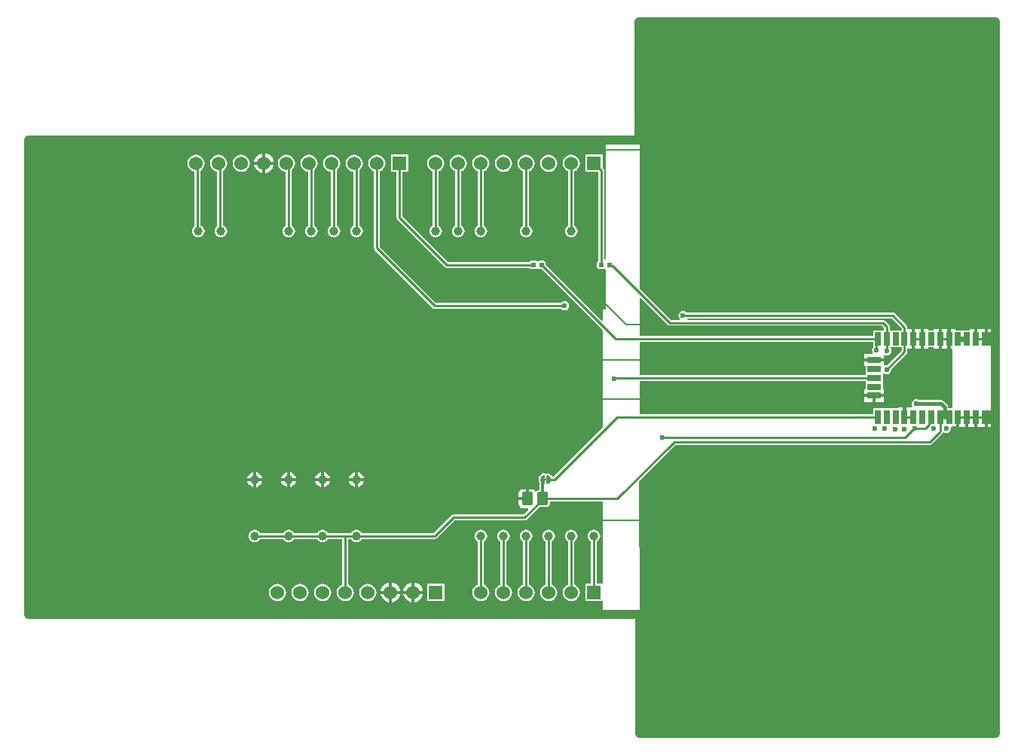
<source format=gtl>
G04*
G04 #@! TF.GenerationSoftware,Altium Limited,Altium Designer,21.7.2 (23)*
G04*
G04 Layer_Physical_Order=1*
G04 Layer_Color=255*
%FSLAX44Y44*%
%MOMM*%
G71*
G04*
G04 #@! TF.SameCoordinates,4DA13975-460D-43A1-ABA8-CDB05979C8EE*
G04*
G04*
G04 #@! TF.FilePolarity,Positive*
G04*
G01*
G75*
%ADD10C,0.2000*%
%ADD11C,0.2540*%
%ADD13C,1.0000*%
%ADD26C,0.1524*%
%ADD27R,1.0000X1.5000*%
%ADD28R,0.7000X1.5000*%
%ADD29R,1.5000X0.7000*%
%ADD30C,1.0000*%
%ADD31R,0.2000X0.2000*%
%ADD32C,0.2000*%
G04:AMPARAMS|DCode=33|XSize=0.55mm|YSize=0.55mm|CornerRadius=0.0688mm|HoleSize=0mm|Usage=FLASHONLY|Rotation=90.000|XOffset=0mm|YOffset=0mm|HoleType=Round|Shape=RoundedRectangle|*
%AMROUNDEDRECTD33*
21,1,0.5500,0.4125,0,0,90.0*
21,1,0.4125,0.5500,0,0,90.0*
1,1,0.1375,0.2063,0.2063*
1,1,0.1375,0.2063,-0.2063*
1,1,0.1375,-0.2063,-0.2063*
1,1,0.1375,-0.2063,0.2063*
%
%ADD33ROUNDEDRECTD33*%
G04:AMPARAMS|DCode=34|XSize=1.45mm|YSize=1.25mm|CornerRadius=0.1563mm|HoleSize=0mm|Usage=FLASHONLY|Rotation=90.000|XOffset=0mm|YOffset=0mm|HoleType=Round|Shape=RoundedRectangle|*
%AMROUNDEDRECTD34*
21,1,1.4500,0.9375,0,0,90.0*
21,1,1.1375,1.2500,0,0,90.0*
1,1,0.3125,0.4688,0.5688*
1,1,0.3125,0.4688,-0.5688*
1,1,0.3125,-0.4688,-0.5688*
1,1,0.3125,-0.4688,0.5688*
%
%ADD34ROUNDEDRECTD34*%
%ADD35C,0.4000*%
%ADD36C,0.6000*%
%ADD37C,0.3000*%
%ADD38C,0.2032*%
%ADD39R,1.5240X1.5240*%
%ADD40C,1.5240*%
%ADD41C,0.6000*%
G36*
X648000Y133201D02*
X646730Y132502D01*
X646534Y132626D01*
Y233100D01*
X646280Y234376D01*
X645558Y235457D01*
X644620Y236395D01*
Y250920D01*
X625380D01*
Y231680D01*
X639866D01*
Y131445D01*
X639200Y131000D01*
X638606Y130111D01*
X638397Y129062D01*
Y124937D01*
X638606Y123889D01*
X639200Y123000D01*
X640089Y122406D01*
X641137Y122197D01*
X645263D01*
X646311Y122406D01*
X646730Y122686D01*
X648000Y122085D01*
Y77000D01*
X645000D01*
Y64374D01*
X643827Y63888D01*
X580803Y126912D01*
Y129062D01*
X580594Y130111D01*
X580000Y131000D01*
X579111Y131594D01*
X578063Y131803D01*
X573937D01*
X572889Y131594D01*
X572365Y131244D01*
X571500Y131089D01*
X570635Y131244D01*
X570111Y131594D01*
X569062Y131803D01*
X564938D01*
X563889Y131594D01*
X563000Y131000D01*
X562555Y130334D01*
X471381D01*
X419894Y181821D01*
Y231680D01*
X426180D01*
Y250920D01*
X406940D01*
Y231680D01*
X413226D01*
Y180440D01*
X413480Y179164D01*
X414202Y178083D01*
X467643Y124642D01*
X468724Y123920D01*
X470000Y123666D01*
X562555D01*
X563000Y123000D01*
X563889Y122406D01*
X564938Y122197D01*
X569062D01*
X570111Y122406D01*
X570635Y122756D01*
X571500Y122911D01*
X572365Y122756D01*
X572889Y122406D01*
X573937Y122197D01*
X576088D01*
X645000Y53285D01*
Y-55102D01*
X589136Y-110966D01*
X587920D01*
X587795Y-110665D01*
X586640Y-109160D01*
X585135Y-108005D01*
X584519Y-107750D01*
X584414Y-107691D01*
X583948Y-107513D01*
X583382Y-107278D01*
X583305Y-107268D01*
X583293Y-107315D01*
X582606Y-107179D01*
X581528Y-107393D01*
X580822Y-107865D01*
X580116Y-107393D01*
X579038Y-107179D01*
X578350Y-107315D01*
X578338Y-107268D01*
X578262Y-107278D01*
X576509Y-108005D01*
X575004Y-109160D01*
X573848Y-110665D01*
X573122Y-112419D01*
X572874Y-114300D01*
X573122Y-116181D01*
X573431Y-116928D01*
Y-126680D01*
X572313D01*
X570923Y-126957D01*
X569744Y-127744D01*
X569060D01*
X568337Y-126663D01*
X566663Y-125544D01*
X564688Y-125151D01*
X561750D01*
Y-136000D01*
X560000D01*
Y-137750D01*
X550151D01*
Y-141687D01*
X550544Y-143663D01*
X551663Y-145337D01*
X553337Y-146456D01*
X555312Y-146849D01*
X560776D01*
X561262Y-148022D01*
X555619Y-153666D01*
X477000D01*
X475724Y-153920D01*
X474642Y-154642D01*
X454819Y-174466D01*
X374496D01*
X374414Y-174270D01*
X373292Y-172808D01*
X371830Y-171686D01*
X370127Y-170980D01*
X368300Y-170740D01*
X366473Y-170980D01*
X364770Y-171686D01*
X363308Y-172808D01*
X362186Y-174270D01*
X362104Y-174466D01*
X336396D01*
X336315Y-174270D01*
X335192Y-172808D01*
X333730Y-171686D01*
X332027Y-170980D01*
X330200Y-170740D01*
X328373Y-170980D01*
X326670Y-171686D01*
X325208Y-172808D01*
X324086Y-174270D01*
X324004Y-174466D01*
X298296D01*
X298214Y-174270D01*
X297092Y-172808D01*
X295630Y-171686D01*
X293927Y-170980D01*
X292100Y-170740D01*
X290273Y-170980D01*
X288570Y-171686D01*
X287108Y-172808D01*
X285986Y-174270D01*
X285904Y-174466D01*
X260196D01*
X260114Y-174270D01*
X258992Y-172808D01*
X257530Y-171686D01*
X255827Y-170980D01*
X254000Y-170740D01*
X252173Y-170980D01*
X250470Y-171686D01*
X249008Y-172808D01*
X247885Y-174270D01*
X247180Y-175973D01*
X246940Y-177800D01*
X247180Y-179627D01*
X247885Y-181330D01*
X249008Y-182792D01*
X250470Y-183915D01*
X252173Y-184620D01*
X254000Y-184860D01*
X255827Y-184620D01*
X257530Y-183915D01*
X258992Y-182792D01*
X260114Y-181330D01*
X260196Y-181134D01*
X285904D01*
X285986Y-181330D01*
X287108Y-182792D01*
X288570Y-183915D01*
X290273Y-184620D01*
X292100Y-184860D01*
X293927Y-184620D01*
X295630Y-183915D01*
X297092Y-182792D01*
X298214Y-181330D01*
X298296Y-181134D01*
X324004D01*
X324086Y-181330D01*
X325208Y-182792D01*
X326670Y-183915D01*
X328373Y-184620D01*
X330200Y-184860D01*
X332027Y-184620D01*
X333730Y-183915D01*
X335192Y-182792D01*
X336315Y-181330D01*
X336396Y-181134D01*
X352266D01*
Y-232268D01*
X350748Y-232897D01*
X348739Y-234439D01*
X347197Y-236448D01*
X346228Y-238789D01*
X345897Y-241300D01*
X346228Y-243811D01*
X347197Y-246152D01*
X348739Y-248161D01*
X350748Y-249703D01*
X353089Y-250672D01*
X355600Y-251003D01*
X358111Y-250672D01*
X360452Y-249703D01*
X362461Y-248161D01*
X364003Y-246152D01*
X364972Y-243811D01*
X365303Y-241300D01*
X364972Y-238789D01*
X364003Y-236448D01*
X362461Y-234439D01*
X360452Y-232897D01*
X358934Y-232268D01*
Y-181134D01*
X362104D01*
X362186Y-181330D01*
X363308Y-182792D01*
X364770Y-183915D01*
X366473Y-184620D01*
X368300Y-184860D01*
X370127Y-184620D01*
X371830Y-183915D01*
X373292Y-182792D01*
X374414Y-181330D01*
X374496Y-181134D01*
X456200D01*
X457476Y-180880D01*
X458558Y-180158D01*
X478381Y-160334D01*
X557000D01*
X558276Y-160080D01*
X559357Y-159358D01*
X573395Y-145320D01*
X581688D01*
X583078Y-145043D01*
X584256Y-144256D01*
X585043Y-143077D01*
X585320Y-141687D01*
Y-139334D01*
X645000D01*
Y-230567D01*
X644620Y-231680D01*
X643730Y-231680D01*
X638334D01*
Y-183996D01*
X638530Y-183915D01*
X639992Y-182792D01*
X641115Y-181330D01*
X641820Y-179627D01*
X642060Y-177800D01*
X641820Y-175973D01*
X641115Y-174270D01*
X639992Y-172808D01*
X638530Y-171686D01*
X636827Y-170980D01*
X635000Y-170740D01*
X633173Y-170980D01*
X631470Y-171686D01*
X630008Y-172808D01*
X628885Y-174270D01*
X628180Y-175973D01*
X627940Y-177800D01*
X628180Y-179627D01*
X628885Y-181330D01*
X630008Y-182792D01*
X631470Y-183915D01*
X631666Y-183996D01*
Y-231680D01*
X625380D01*
Y-250920D01*
X643730D01*
X644620Y-250920D01*
X645000Y-252033D01*
Y-263451D01*
X2549D01*
Y264451D01*
X648000D01*
Y133201D01*
D02*
G37*
G36*
X980666Y55415D02*
Y53500D01*
X967334D01*
Y57512D01*
X967080Y58788D01*
X966357Y59870D01*
X961870Y64358D01*
X960788Y65080D01*
X959512Y65334D01*
X740646D01*
X740007Y66604D01*
X740052Y66666D01*
X969415D01*
X980666Y55415D01*
D02*
G37*
G36*
X717643Y59643D02*
X718724Y58920D01*
X720000Y58666D01*
X958131D01*
X960666Y56131D01*
Y53500D01*
X948500D01*
Y47334D01*
X686000D01*
Y77000D01*
Y89626D01*
X687173Y90112D01*
X717643Y59643D01*
D02*
G37*
G36*
X1083251Y55000D02*
X1077750D01*
Y44000D01*
X1074250D01*
Y55000D01*
X1065750D01*
Y44000D01*
X1062250D01*
Y55000D01*
X1057000D01*
Y53500D01*
X1041000D01*
Y55000D01*
X1035750D01*
Y44000D01*
Y33000D01*
X1037500D01*
Y-33000D01*
X1037000D01*
Y-34500D01*
X1033078D01*
Y-33000D01*
X1033078Y-33000D01*
X1032768Y-31439D01*
X1031884Y-30116D01*
X1031884Y-30116D01*
X1027884Y-26116D01*
X1026561Y-25232D01*
X1025000Y-24922D01*
X1025000Y-24922D01*
X999896D01*
X998951Y-24290D01*
X997000Y-23902D01*
X995049Y-24290D01*
X993395Y-25395D01*
X992290Y-27049D01*
X991902Y-29000D01*
X992290Y-30951D01*
X992811Y-31730D01*
X992132Y-33000D01*
X985750D01*
Y-44000D01*
X982250D01*
Y-33000D01*
X977000D01*
Y-34500D01*
X948500D01*
Y-40666D01*
X686000D01*
Y-3776D01*
X940500D01*
Y-13000D01*
X939000D01*
Y-18250D01*
X961000D01*
Y-13000D01*
X959500D01*
Y-5500D01*
Y4620D01*
X960770Y5143D01*
X962047Y4290D01*
X963998Y3902D01*
X965949Y4290D01*
X967603Y5395D01*
X968708Y7049D01*
X969096Y9000D01*
X969033Y9319D01*
X986357Y26644D01*
X987080Y27726D01*
X987334Y29002D01*
Y33000D01*
X992250D01*
Y44000D01*
Y55000D01*
X987334D01*
Y56796D01*
X987080Y58072D01*
X986357Y59154D01*
X973154Y72358D01*
X972072Y73080D01*
X970796Y73334D01*
X738786D01*
X738605Y73605D01*
X736951Y74710D01*
X735000Y75098D01*
X733049Y74710D01*
X731395Y73605D01*
X730290Y71951D01*
X729902Y70000D01*
X730290Y68049D01*
X731256Y66604D01*
X730871Y65334D01*
X721381D01*
X686000Y100715D01*
Y264491D01*
X686775Y264645D01*
X687602Y265198D01*
X688155Y266025D01*
X688349Y267000D01*
Y397451D01*
X1083251D01*
X1083251Y55000D01*
D02*
G37*
G36*
X948500Y34500D02*
X948500D01*
X948681Y34161D01*
X947888Y32974D01*
X947500Y31023D01*
X947888Y29073D01*
X948425Y28270D01*
X947746Y27000D01*
X939000D01*
Y21750D01*
X961000D01*
Y24823D01*
X961948Y25330D01*
X962270Y25375D01*
X964107Y25009D01*
X966058Y25397D01*
X967712Y26502D01*
X968817Y28156D01*
X969205Y30107D01*
X968817Y32058D01*
X968034Y33230D01*
X968645Y34500D01*
X980666D01*
Y30383D01*
X964317Y14034D01*
X963998Y14098D01*
X962270Y13754D01*
X961000Y14421D01*
Y18250D01*
X939000D01*
Y13000D01*
X940500D01*
Y2892D01*
X686000D01*
Y40666D01*
X948500D01*
Y34500D01*
D02*
G37*
G36*
X1045750Y-55000D02*
X1052250D01*
Y-44000D01*
X1055750D01*
Y-55000D01*
X1062250D01*
Y-44000D01*
X1065750D01*
Y-55000D01*
X1074250D01*
Y-44000D01*
X1077750D01*
Y-55000D01*
X1083251D01*
X1083251Y-397451D01*
X688549D01*
Y-266000D01*
X688355Y-265025D01*
X687802Y-264198D01*
X686975Y-263645D01*
X686000Y-263451D01*
X685997D01*
X685837Y-115878D01*
X726381Y-75334D01*
X1012000D01*
X1013276Y-75080D01*
X1014358Y-74358D01*
X1026357Y-62358D01*
X1026681Y-61874D01*
X1028150Y-61428D01*
X1028340Y-61455D01*
X1028993Y-61891D01*
X1030944Y-62279D01*
X1032895Y-61891D01*
X1034549Y-60786D01*
X1035654Y-59132D01*
X1036042Y-57181D01*
X1035677Y-55348D01*
X1035981Y-54863D01*
X1036527Y-54251D01*
X1037000Y-54370D01*
Y-55000D01*
X1042250D01*
Y-44000D01*
X1045750D01*
Y-55000D01*
D02*
G37*
G36*
X583783Y-109630D02*
X584429Y-110058D01*
X585165Y-110795D01*
X585699Y-111379D01*
X586283Y-112370D01*
X586562Y-113309D01*
X586511Y-115519D01*
X586257Y-116230D01*
X585419Y-117602D01*
X584581Y-118415D01*
X583663Y-118990D01*
X582651Y-119304D01*
X582143Y-119126D01*
X581843Y-118600D01*
Y-109980D01*
X582600Y-109245D01*
X583783Y-109630D01*
D02*
G37*
G36*
X579501Y-109474D02*
X579800Y-110000D01*
Y-118620D01*
X579044Y-119355D01*
X577860Y-118970D01*
X577215Y-118542D01*
X576478Y-117805D01*
X575945Y-117221D01*
X575361Y-116230D01*
X575081Y-115291D01*
X575132Y-113081D01*
X575386Y-112370D01*
X576224Y-110998D01*
X577063Y-110185D01*
X577980Y-109610D01*
X578993Y-109296D01*
X579501Y-109474D01*
D02*
G37*
%LPC*%
G36*
X265910Y252286D02*
Y243050D01*
X275146D01*
X274994Y244203D01*
X273873Y246908D01*
X272091Y249231D01*
X269768Y251013D01*
X267063Y252134D01*
X265910Y252286D01*
D02*
G37*
G36*
X262410D02*
X261257Y252134D01*
X258552Y251013D01*
X256229Y249231D01*
X254447Y246908D01*
X253326Y244203D01*
X253174Y243050D01*
X262410D01*
Y252286D01*
D02*
G37*
G36*
X584200Y251003D02*
X581689Y250672D01*
X579348Y249703D01*
X577339Y248161D01*
X575797Y246152D01*
X574828Y243811D01*
X574497Y241300D01*
X574828Y238789D01*
X575797Y236448D01*
X577339Y234439D01*
X579348Y232897D01*
X581689Y231928D01*
X584200Y231597D01*
X586711Y231928D01*
X589052Y232897D01*
X591061Y234439D01*
X592603Y236448D01*
X593572Y238789D01*
X593903Y241300D01*
X593572Y243811D01*
X592603Y246152D01*
X591061Y248161D01*
X589052Y249703D01*
X586711Y250672D01*
X584200Y251003D01*
D02*
G37*
G36*
X533400D02*
X530889Y250672D01*
X528549Y249703D01*
X526539Y248161D01*
X524997Y246152D01*
X524028Y243811D01*
X523697Y241300D01*
X524028Y238789D01*
X524997Y236448D01*
X526539Y234439D01*
X528549Y232897D01*
X530889Y231928D01*
X533400Y231597D01*
X535911Y231928D01*
X538251Y232897D01*
X540261Y234439D01*
X541803Y236448D01*
X542772Y238789D01*
X543103Y241300D01*
X542772Y243811D01*
X541803Y246152D01*
X540261Y248161D01*
X538251Y249703D01*
X535911Y250672D01*
X533400Y251003D01*
D02*
G37*
G36*
X238760D02*
X236249Y250672D01*
X233909Y249703D01*
X231899Y248161D01*
X230357Y246152D01*
X229388Y243811D01*
X229057Y241300D01*
X229388Y238789D01*
X230357Y236448D01*
X231899Y234439D01*
X233909Y232897D01*
X236249Y231928D01*
X238760Y231597D01*
X241271Y231928D01*
X243612Y232897D01*
X245621Y234439D01*
X247163Y236448D01*
X248132Y238789D01*
X248463Y241300D01*
X248132Y243811D01*
X247163Y246152D01*
X245621Y248161D01*
X243612Y249703D01*
X241271Y250672D01*
X238760Y251003D01*
D02*
G37*
G36*
X275146Y239550D02*
X265910D01*
Y230314D01*
X267063Y230466D01*
X269768Y231587D01*
X272091Y233369D01*
X273873Y235692D01*
X274994Y238397D01*
X275146Y239550D01*
D02*
G37*
G36*
X262410D02*
X253174D01*
X253326Y238397D01*
X254447Y235692D01*
X256229Y233369D01*
X258552Y231587D01*
X261257Y230466D01*
X262410Y230314D01*
Y239550D01*
D02*
G37*
G36*
X609600Y251003D02*
X607089Y250672D01*
X604748Y249703D01*
X602739Y248161D01*
X601197Y246152D01*
X600228Y243811D01*
X599897Y241300D01*
X600228Y238789D01*
X601197Y236448D01*
X602739Y234439D01*
X604748Y232897D01*
X606266Y232268D01*
Y171296D01*
X606070Y171215D01*
X604608Y170092D01*
X603485Y168630D01*
X602780Y166927D01*
X602540Y165100D01*
X602780Y163273D01*
X603485Y161570D01*
X604608Y160108D01*
X606070Y158986D01*
X607773Y158280D01*
X609600Y158040D01*
X611427Y158280D01*
X613130Y158986D01*
X614592Y160108D01*
X615714Y161570D01*
X616420Y163273D01*
X616660Y165100D01*
X616420Y166927D01*
X615714Y168630D01*
X614592Y170092D01*
X613130Y171215D01*
X612934Y171296D01*
Y232268D01*
X614451Y232897D01*
X616461Y234439D01*
X618003Y236448D01*
X618972Y238789D01*
X619303Y241300D01*
X618972Y243811D01*
X618003Y246152D01*
X616461Y248161D01*
X614451Y249703D01*
X612111Y250672D01*
X609600Y251003D01*
D02*
G37*
G36*
X558800D02*
X556289Y250672D01*
X553949Y249703D01*
X551939Y248161D01*
X550397Y246152D01*
X549428Y243811D01*
X549097Y241300D01*
X549428Y238789D01*
X550397Y236448D01*
X551939Y234439D01*
X553949Y232897D01*
X555466Y232268D01*
Y171296D01*
X555270Y171215D01*
X553808Y170092D01*
X552686Y168630D01*
X551980Y166927D01*
X551740Y165100D01*
X551980Y163273D01*
X552686Y161570D01*
X553808Y160108D01*
X555270Y158986D01*
X556973Y158280D01*
X558800Y158040D01*
X560627Y158280D01*
X562330Y158986D01*
X563792Y160108D01*
X564915Y161570D01*
X565620Y163273D01*
X565860Y165100D01*
X565620Y166927D01*
X564915Y168630D01*
X563792Y170092D01*
X562330Y171215D01*
X562134Y171296D01*
Y232268D01*
X563652Y232897D01*
X565661Y234439D01*
X567203Y236448D01*
X568172Y238789D01*
X568503Y241300D01*
X568172Y243811D01*
X567203Y246152D01*
X565661Y248161D01*
X563652Y249703D01*
X561311Y250672D01*
X558800Y251003D01*
D02*
G37*
G36*
X508000D02*
X505489Y250672D01*
X503148Y249703D01*
X501139Y248161D01*
X499597Y246152D01*
X498628Y243811D01*
X498297Y241300D01*
X498628Y238789D01*
X499597Y236448D01*
X501139Y234439D01*
X503148Y232897D01*
X504666Y232268D01*
Y171296D01*
X504470Y171215D01*
X503008Y170092D01*
X501885Y168630D01*
X501180Y166927D01*
X500940Y165100D01*
X501180Y163273D01*
X501885Y161570D01*
X503008Y160108D01*
X504470Y158986D01*
X506173Y158280D01*
X508000Y158040D01*
X509827Y158280D01*
X511530Y158986D01*
X512992Y160108D01*
X514114Y161570D01*
X514820Y163273D01*
X515060Y165100D01*
X514820Y166927D01*
X514114Y168630D01*
X512992Y170092D01*
X511530Y171215D01*
X511334Y171296D01*
Y232268D01*
X512851Y232897D01*
X514861Y234439D01*
X516403Y236448D01*
X517372Y238789D01*
X517703Y241300D01*
X517372Y243811D01*
X516403Y246152D01*
X514861Y248161D01*
X512851Y249703D01*
X510511Y250672D01*
X508000Y251003D01*
D02*
G37*
G36*
X482600D02*
X480089Y250672D01*
X477748Y249703D01*
X475739Y248161D01*
X474197Y246152D01*
X473228Y243811D01*
X472897Y241300D01*
X473228Y238789D01*
X474197Y236448D01*
X475739Y234439D01*
X477748Y232897D01*
X479266Y232268D01*
Y171296D01*
X479070Y171215D01*
X477608Y170092D01*
X476485Y168630D01*
X475780Y166927D01*
X475540Y165100D01*
X475780Y163273D01*
X476485Y161570D01*
X477608Y160108D01*
X479070Y158986D01*
X480773Y158280D01*
X482600Y158040D01*
X484427Y158280D01*
X486130Y158986D01*
X487592Y160108D01*
X488714Y161570D01*
X489420Y163273D01*
X489660Y165100D01*
X489420Y166927D01*
X488714Y168630D01*
X487592Y170092D01*
X486130Y171215D01*
X485934Y171296D01*
Y232268D01*
X487452Y232897D01*
X489461Y234439D01*
X491003Y236448D01*
X491972Y238789D01*
X492303Y241300D01*
X491972Y243811D01*
X491003Y246152D01*
X489461Y248161D01*
X487452Y249703D01*
X485111Y250672D01*
X482600Y251003D01*
D02*
G37*
G36*
X457200D02*
X454689Y250672D01*
X452349Y249703D01*
X450339Y248161D01*
X448797Y246152D01*
X447828Y243811D01*
X447497Y241300D01*
X447828Y238789D01*
X448797Y236448D01*
X450339Y234439D01*
X452349Y232897D01*
X453866Y232268D01*
Y171296D01*
X453670Y171215D01*
X452208Y170092D01*
X451086Y168630D01*
X450380Y166927D01*
X450140Y165100D01*
X450380Y163273D01*
X451086Y161570D01*
X452208Y160108D01*
X453670Y158986D01*
X455373Y158280D01*
X457200Y158040D01*
X459027Y158280D01*
X460730Y158986D01*
X462192Y160108D01*
X463315Y161570D01*
X464020Y163273D01*
X464260Y165100D01*
X464020Y166927D01*
X463315Y168630D01*
X462192Y170092D01*
X460730Y171215D01*
X460534Y171296D01*
Y232268D01*
X462052Y232897D01*
X464061Y234439D01*
X465603Y236448D01*
X466572Y238789D01*
X466903Y241300D01*
X466572Y243811D01*
X465603Y246152D01*
X464061Y248161D01*
X462052Y249703D01*
X459711Y250672D01*
X457200Y251003D01*
D02*
G37*
G36*
X365760D02*
X363249Y250672D01*
X360909Y249703D01*
X358899Y248161D01*
X357357Y246152D01*
X356388Y243811D01*
X356057Y241300D01*
X356388Y238789D01*
X357357Y236448D01*
X358899Y234439D01*
X360909Y232897D01*
X363249Y231928D01*
X364966Y231702D01*
Y171296D01*
X364770Y171215D01*
X363308Y170092D01*
X362186Y168630D01*
X361480Y166927D01*
X361240Y165100D01*
X361480Y163273D01*
X362186Y161570D01*
X363308Y160108D01*
X364770Y158986D01*
X366473Y158280D01*
X368300Y158040D01*
X370127Y158280D01*
X371830Y158986D01*
X373292Y160108D01*
X374414Y161570D01*
X375120Y163273D01*
X375360Y165100D01*
X375120Y166927D01*
X374414Y168630D01*
X373292Y170092D01*
X371830Y171215D01*
X371634Y171296D01*
Y233462D01*
X371596Y233652D01*
X372621Y234439D01*
X374163Y236448D01*
X375132Y238789D01*
X375463Y241300D01*
X375132Y243811D01*
X374163Y246152D01*
X372621Y248161D01*
X370611Y249703D01*
X368271Y250672D01*
X365760Y251003D01*
D02*
G37*
G36*
X340360D02*
X337849Y250672D01*
X335508Y249703D01*
X333499Y248161D01*
X331957Y246152D01*
X330988Y243811D01*
X330657Y241300D01*
X330988Y238789D01*
X331957Y236448D01*
X333499Y234439D01*
X335508Y232897D01*
X337849Y231928D01*
X339566Y231702D01*
Y171296D01*
X339370Y171215D01*
X337908Y170092D01*
X336786Y168630D01*
X336080Y166927D01*
X335840Y165100D01*
X336080Y163273D01*
X336786Y161570D01*
X337908Y160108D01*
X339370Y158986D01*
X341073Y158280D01*
X342900Y158040D01*
X344727Y158280D01*
X346430Y158986D01*
X347892Y160108D01*
X349015Y161570D01*
X349720Y163273D01*
X349960Y165100D01*
X349720Y166927D01*
X349015Y168630D01*
X347892Y170092D01*
X346430Y171215D01*
X346234Y171296D01*
Y233462D01*
X346196Y233652D01*
X347221Y234439D01*
X348763Y236448D01*
X349732Y238789D01*
X350063Y241300D01*
X349732Y243811D01*
X348763Y246152D01*
X347221Y248161D01*
X345211Y249703D01*
X342871Y250672D01*
X340360Y251003D01*
D02*
G37*
G36*
X314960D02*
X312449Y250672D01*
X310109Y249703D01*
X308099Y248161D01*
X306557Y246152D01*
X305588Y243811D01*
X305257Y241300D01*
X305588Y238789D01*
X306557Y236448D01*
X308099Y234439D01*
X310109Y232897D01*
X312449Y231928D01*
X314166Y231702D01*
Y171296D01*
X313970Y171215D01*
X312508Y170092D01*
X311385Y168630D01*
X310680Y166927D01*
X310440Y165100D01*
X310680Y163273D01*
X311385Y161570D01*
X312508Y160108D01*
X313970Y158986D01*
X315673Y158280D01*
X317500Y158040D01*
X319327Y158280D01*
X321030Y158986D01*
X322492Y160108D01*
X323615Y161570D01*
X324320Y163273D01*
X324560Y165100D01*
X324320Y166927D01*
X323615Y168630D01*
X322492Y170092D01*
X321030Y171215D01*
X320834Y171296D01*
Y233462D01*
X320796Y233652D01*
X321821Y234439D01*
X323363Y236448D01*
X324332Y238789D01*
X324663Y241300D01*
X324332Y243811D01*
X323363Y246152D01*
X321821Y248161D01*
X319811Y249703D01*
X317471Y250672D01*
X314960Y251003D01*
D02*
G37*
G36*
X289560D02*
X287049Y250672D01*
X284708Y249703D01*
X282699Y248161D01*
X281157Y246152D01*
X280188Y243811D01*
X279857Y241300D01*
X280188Y238789D01*
X281157Y236448D01*
X282699Y234439D01*
X284708Y232897D01*
X287049Y231928D01*
X288766Y231702D01*
Y171296D01*
X288570Y171215D01*
X287108Y170092D01*
X285986Y168630D01*
X285280Y166927D01*
X285040Y165100D01*
X285280Y163273D01*
X285986Y161570D01*
X287108Y160108D01*
X288570Y158986D01*
X290273Y158280D01*
X292100Y158040D01*
X293927Y158280D01*
X295630Y158986D01*
X297092Y160108D01*
X298214Y161570D01*
X298920Y163273D01*
X299160Y165100D01*
X298920Y166927D01*
X298214Y168630D01*
X297092Y170092D01*
X295630Y171215D01*
X295434Y171296D01*
Y233462D01*
X295396Y233652D01*
X296421Y234439D01*
X297963Y236448D01*
X298932Y238789D01*
X299263Y241300D01*
X298932Y243811D01*
X297963Y246152D01*
X296421Y248161D01*
X294412Y249703D01*
X292071Y250672D01*
X289560Y251003D01*
D02*
G37*
G36*
X213360D02*
X210849Y250672D01*
X208508Y249703D01*
X206499Y248161D01*
X204957Y246152D01*
X203988Y243811D01*
X203657Y241300D01*
X203988Y238789D01*
X204957Y236448D01*
X206499Y234439D01*
X208508Y232897D01*
X210849Y231928D01*
X211296Y231869D01*
Y170390D01*
X210908Y170092D01*
X209785Y168630D01*
X209080Y166927D01*
X208840Y165100D01*
X209080Y163273D01*
X209785Y161570D01*
X210908Y160108D01*
X212370Y158986D01*
X214073Y158280D01*
X215900Y158040D01*
X217727Y158280D01*
X219430Y158986D01*
X220892Y160108D01*
X222015Y161570D01*
X222720Y163273D01*
X222960Y165100D01*
X222720Y166927D01*
X222015Y168630D01*
X220892Y170092D01*
X219430Y171215D01*
X217964Y171822D01*
Y232794D01*
X218211Y232897D01*
X220221Y234439D01*
X221763Y236448D01*
X222732Y238789D01*
X223063Y241300D01*
X222732Y243811D01*
X221763Y246152D01*
X220221Y248161D01*
X218211Y249703D01*
X215871Y250672D01*
X213360Y251003D01*
D02*
G37*
G36*
X187960D02*
X185449Y250672D01*
X183109Y249703D01*
X181099Y248161D01*
X179557Y246152D01*
X178588Y243811D01*
X178257Y241300D01*
X178588Y238789D01*
X179557Y236448D01*
X181099Y234439D01*
X183109Y232897D01*
X185449Y231928D01*
X185896Y231869D01*
Y170390D01*
X185508Y170092D01*
X184386Y168630D01*
X183680Y166927D01*
X183440Y165100D01*
X183680Y163273D01*
X184386Y161570D01*
X185508Y160108D01*
X186970Y158986D01*
X188673Y158280D01*
X190500Y158040D01*
X192327Y158280D01*
X194030Y158986D01*
X195492Y160108D01*
X196614Y161570D01*
X197320Y163273D01*
X197560Y165100D01*
X197320Y166927D01*
X196614Y168630D01*
X195492Y170092D01*
X194030Y171215D01*
X192564Y171822D01*
Y232794D01*
X192812Y232897D01*
X194821Y234439D01*
X196363Y236448D01*
X197332Y238789D01*
X197663Y241300D01*
X197332Y243811D01*
X196363Y246152D01*
X194821Y248161D01*
X192812Y249703D01*
X190471Y250672D01*
X187960Y251003D01*
D02*
G37*
G36*
X391160D02*
X388649Y250672D01*
X386309Y249703D01*
X384299Y248161D01*
X382757Y246152D01*
X381788Y243811D01*
X381457Y241300D01*
X381788Y238789D01*
X382757Y236448D01*
X384299Y234439D01*
X386309Y232897D01*
X387826Y232268D01*
Y145840D01*
X388080Y144564D01*
X388802Y143483D01*
X453643Y78642D01*
X454724Y77920D01*
X456000Y77666D01*
X598214D01*
X598395Y77395D01*
X600049Y76290D01*
X602000Y75902D01*
X603951Y76290D01*
X605605Y77395D01*
X606710Y79049D01*
X607098Y81000D01*
X606710Y82951D01*
X605605Y84605D01*
X603951Y85710D01*
X602000Y86098D01*
X600049Y85710D01*
X598395Y84605D01*
X598214Y84334D01*
X457381D01*
X394494Y147221D01*
Y232268D01*
X396012Y232897D01*
X398021Y234439D01*
X399563Y236448D01*
X400532Y238789D01*
X400863Y241300D01*
X400532Y243811D01*
X399563Y246152D01*
X398021Y248161D01*
X396012Y249703D01*
X393671Y250672D01*
X391160Y251003D01*
D02*
G37*
G36*
X370050Y-105957D02*
Y-112550D01*
X376643D01*
X376581Y-112081D01*
X375725Y-110013D01*
X374362Y-108238D01*
X372587Y-106875D01*
X370519Y-106019D01*
X370050Y-105957D01*
D02*
G37*
G36*
X331950D02*
Y-112550D01*
X338543D01*
X338481Y-112081D01*
X337625Y-110013D01*
X336262Y-108238D01*
X334487Y-106875D01*
X332419Y-106019D01*
X331950Y-105957D01*
D02*
G37*
G36*
X293850D02*
Y-112550D01*
X300443D01*
X300381Y-112081D01*
X299525Y-110013D01*
X298162Y-108238D01*
X296387Y-106875D01*
X294319Y-106019D01*
X293850Y-105957D01*
D02*
G37*
G36*
X255750D02*
Y-112550D01*
X262343D01*
X262281Y-112081D01*
X261425Y-110013D01*
X260062Y-108238D01*
X258287Y-106875D01*
X256219Y-106019D01*
X255750Y-105957D01*
D02*
G37*
G36*
X366550D02*
X366081Y-106019D01*
X364013Y-106875D01*
X362238Y-108238D01*
X360875Y-110013D01*
X360019Y-112081D01*
X359957Y-112550D01*
X366550D01*
Y-105957D01*
D02*
G37*
G36*
X328450D02*
X327981Y-106019D01*
X325913Y-106875D01*
X324138Y-108238D01*
X322775Y-110013D01*
X321919Y-112081D01*
X321857Y-112550D01*
X328450D01*
Y-105957D01*
D02*
G37*
G36*
X290350D02*
X289881Y-106019D01*
X287813Y-106875D01*
X286038Y-108238D01*
X284675Y-110013D01*
X283819Y-112081D01*
X283757Y-112550D01*
X290350D01*
Y-105957D01*
D02*
G37*
G36*
X252250D02*
X251781Y-106019D01*
X249713Y-106875D01*
X247938Y-108238D01*
X246575Y-110013D01*
X245719Y-112081D01*
X245657Y-112550D01*
X252250D01*
Y-105957D01*
D02*
G37*
G36*
X376643Y-116050D02*
X370050D01*
Y-122643D01*
X370519Y-122581D01*
X372587Y-121725D01*
X374362Y-120362D01*
X375725Y-118587D01*
X376581Y-116519D01*
X376643Y-116050D01*
D02*
G37*
G36*
X338543D02*
X331950D01*
Y-122643D01*
X332419Y-122581D01*
X334487Y-121725D01*
X336262Y-120362D01*
X337625Y-118587D01*
X338481Y-116519D01*
X338543Y-116050D01*
D02*
G37*
G36*
X300443D02*
X293850D01*
Y-122643D01*
X294319Y-122581D01*
X296387Y-121725D01*
X298162Y-120362D01*
X299525Y-118587D01*
X300381Y-116519D01*
X300443Y-116050D01*
D02*
G37*
G36*
X262343D02*
X255750D01*
Y-122643D01*
X256219Y-122581D01*
X258287Y-121725D01*
X260062Y-120362D01*
X261425Y-118587D01*
X262281Y-116519D01*
X262343Y-116050D01*
D02*
G37*
G36*
X366550D02*
X359957D01*
X360019Y-116519D01*
X360875Y-118587D01*
X362238Y-120362D01*
X364013Y-121725D01*
X366081Y-122581D01*
X366550Y-122643D01*
Y-116050D01*
D02*
G37*
G36*
X328450D02*
X321857D01*
X321919Y-116519D01*
X322775Y-118587D01*
X324138Y-120362D01*
X325913Y-121725D01*
X327981Y-122581D01*
X328450Y-122643D01*
Y-116050D01*
D02*
G37*
G36*
X290350D02*
X283757D01*
X283819Y-116519D01*
X284675Y-118587D01*
X286038Y-120362D01*
X287813Y-121725D01*
X289881Y-122581D01*
X290350Y-122643D01*
Y-116050D01*
D02*
G37*
G36*
X252250D02*
X245657D01*
X245719Y-116519D01*
X246575Y-118587D01*
X247938Y-120362D01*
X249713Y-121725D01*
X251781Y-122581D01*
X252250Y-122643D01*
Y-116050D01*
D02*
G37*
G36*
X558250Y-125151D02*
X555312D01*
X553337Y-125544D01*
X551663Y-126663D01*
X550544Y-128337D01*
X550151Y-130312D01*
Y-134250D01*
X558250D01*
Y-125151D01*
D02*
G37*
G36*
X433550Y-230314D02*
Y-239550D01*
X442786D01*
X442634Y-238397D01*
X441513Y-235692D01*
X439731Y-233369D01*
X437408Y-231587D01*
X434703Y-230466D01*
X433550Y-230314D01*
D02*
G37*
G36*
X408150D02*
Y-239550D01*
X417386D01*
X417234Y-238397D01*
X416113Y-235692D01*
X414331Y-233369D01*
X412008Y-231587D01*
X409303Y-230466D01*
X408150Y-230314D01*
D02*
G37*
G36*
X430050D02*
X428897Y-230466D01*
X426192Y-231587D01*
X423869Y-233369D01*
X422087Y-235692D01*
X420966Y-238397D01*
X420814Y-239550D01*
X430050D01*
Y-230314D01*
D02*
G37*
G36*
X404650D02*
X403497Y-230466D01*
X400792Y-231587D01*
X398469Y-233369D01*
X396687Y-235692D01*
X395566Y-238397D01*
X395414Y-239550D01*
X404650D01*
Y-230314D01*
D02*
G37*
G36*
X466820Y-231680D02*
X447580D01*
Y-250920D01*
X466820D01*
Y-231680D01*
D02*
G37*
G36*
X609600Y-170740D02*
X607773Y-170980D01*
X606070Y-171686D01*
X604608Y-172808D01*
X603485Y-174270D01*
X602780Y-175973D01*
X602540Y-177800D01*
X602780Y-179627D01*
X603485Y-181330D01*
X604608Y-182792D01*
X606070Y-183915D01*
X606266Y-183996D01*
Y-232268D01*
X604748Y-232897D01*
X602739Y-234439D01*
X601197Y-236448D01*
X600228Y-238789D01*
X599897Y-241300D01*
X600228Y-243811D01*
X601197Y-246152D01*
X602739Y-248161D01*
X604748Y-249703D01*
X607089Y-250672D01*
X609600Y-251003D01*
X612111Y-250672D01*
X614451Y-249703D01*
X616461Y-248161D01*
X618003Y-246152D01*
X618972Y-243811D01*
X619303Y-241300D01*
X618972Y-238789D01*
X618003Y-236448D01*
X616461Y-234439D01*
X614451Y-232897D01*
X612934Y-232268D01*
Y-183996D01*
X613130Y-183915D01*
X614592Y-182792D01*
X615714Y-181330D01*
X616420Y-179627D01*
X616660Y-177800D01*
X616420Y-175973D01*
X615714Y-174270D01*
X614592Y-172808D01*
X613130Y-171686D01*
X611427Y-170980D01*
X609600Y-170740D01*
D02*
G37*
G36*
X584200D02*
X582373Y-170980D01*
X580670Y-171686D01*
X579208Y-172808D01*
X578086Y-174270D01*
X577380Y-175973D01*
X577140Y-177800D01*
X577380Y-179627D01*
X578086Y-181330D01*
X579208Y-182792D01*
X580670Y-183915D01*
X580866Y-183996D01*
Y-232268D01*
X579348Y-232897D01*
X577339Y-234439D01*
X575797Y-236448D01*
X574828Y-238789D01*
X574497Y-241300D01*
X574828Y-243811D01*
X575797Y-246152D01*
X577339Y-248161D01*
X579348Y-249703D01*
X581689Y-250672D01*
X584200Y-251003D01*
X586711Y-250672D01*
X589052Y-249703D01*
X591061Y-248161D01*
X592603Y-246152D01*
X593572Y-243811D01*
X593903Y-241300D01*
X593572Y-238789D01*
X592603Y-236448D01*
X591061Y-234439D01*
X589052Y-232897D01*
X587534Y-232268D01*
Y-183996D01*
X587730Y-183915D01*
X589192Y-182792D01*
X590314Y-181330D01*
X591020Y-179627D01*
X591260Y-177800D01*
X591020Y-175973D01*
X590314Y-174270D01*
X589192Y-172808D01*
X587730Y-171686D01*
X586027Y-170980D01*
X584200Y-170740D01*
D02*
G37*
G36*
X558800D02*
X556973Y-170980D01*
X555270Y-171686D01*
X553808Y-172808D01*
X552686Y-174270D01*
X551980Y-175973D01*
X551740Y-177800D01*
X551980Y-179627D01*
X552686Y-181330D01*
X553808Y-182792D01*
X555270Y-183915D01*
X555466Y-183996D01*
Y-232268D01*
X553949Y-232897D01*
X551939Y-234439D01*
X550397Y-236448D01*
X549428Y-238789D01*
X549097Y-241300D01*
X549428Y-243811D01*
X550397Y-246152D01*
X551939Y-248161D01*
X553949Y-249703D01*
X556289Y-250672D01*
X558800Y-251003D01*
X561311Y-250672D01*
X563652Y-249703D01*
X565661Y-248161D01*
X567203Y-246152D01*
X568172Y-243811D01*
X568503Y-241300D01*
X568172Y-238789D01*
X567203Y-236448D01*
X565661Y-234439D01*
X563652Y-232897D01*
X562134Y-232268D01*
Y-183996D01*
X562330Y-183915D01*
X563792Y-182792D01*
X564915Y-181330D01*
X565620Y-179627D01*
X565860Y-177800D01*
X565620Y-175973D01*
X564915Y-174270D01*
X563792Y-172808D01*
X562330Y-171686D01*
X560627Y-170980D01*
X558800Y-170740D01*
D02*
G37*
G36*
X533400D02*
X531573Y-170980D01*
X529870Y-171686D01*
X528408Y-172808D01*
X527285Y-174270D01*
X526580Y-175973D01*
X526340Y-177800D01*
X526580Y-179627D01*
X527285Y-181330D01*
X528408Y-182792D01*
X529870Y-183915D01*
X530066Y-183996D01*
Y-232268D01*
X528549Y-232897D01*
X526539Y-234439D01*
X524997Y-236448D01*
X524028Y-238789D01*
X523697Y-241300D01*
X524028Y-243811D01*
X524997Y-246152D01*
X526539Y-248161D01*
X528549Y-249703D01*
X530889Y-250672D01*
X533400Y-251003D01*
X535911Y-250672D01*
X538251Y-249703D01*
X540261Y-248161D01*
X541803Y-246152D01*
X542772Y-243811D01*
X543103Y-241300D01*
X542772Y-238789D01*
X541803Y-236448D01*
X540261Y-234439D01*
X538251Y-232897D01*
X536734Y-232268D01*
Y-183996D01*
X536930Y-183915D01*
X538392Y-182792D01*
X539515Y-181330D01*
X540220Y-179627D01*
X540460Y-177800D01*
X540220Y-175973D01*
X539515Y-174270D01*
X538392Y-172808D01*
X536930Y-171686D01*
X535227Y-170980D01*
X533400Y-170740D01*
D02*
G37*
G36*
X508000D02*
X506173Y-170980D01*
X504470Y-171686D01*
X503008Y-172808D01*
X501885Y-174270D01*
X501180Y-175973D01*
X500940Y-177800D01*
X501180Y-179627D01*
X501885Y-181330D01*
X503008Y-182792D01*
X504470Y-183915D01*
X504666Y-183996D01*
Y-232268D01*
X503148Y-232897D01*
X501139Y-234439D01*
X499597Y-236448D01*
X498628Y-238789D01*
X498297Y-241300D01*
X498628Y-243811D01*
X499597Y-246152D01*
X501139Y-248161D01*
X503148Y-249703D01*
X505489Y-250672D01*
X508000Y-251003D01*
X510511Y-250672D01*
X512851Y-249703D01*
X514861Y-248161D01*
X516403Y-246152D01*
X517372Y-243811D01*
X517703Y-241300D01*
X517372Y-238789D01*
X516403Y-236448D01*
X514861Y-234439D01*
X512851Y-232897D01*
X511334Y-232268D01*
Y-183996D01*
X511530Y-183915D01*
X512992Y-182792D01*
X514114Y-181330D01*
X514820Y-179627D01*
X515060Y-177800D01*
X514820Y-175973D01*
X514114Y-174270D01*
X512992Y-172808D01*
X511530Y-171686D01*
X509827Y-170980D01*
X508000Y-170740D01*
D02*
G37*
G36*
X381000Y-231597D02*
X378489Y-231928D01*
X376148Y-232897D01*
X374139Y-234439D01*
X372597Y-236448D01*
X371628Y-238789D01*
X371297Y-241300D01*
X371628Y-243811D01*
X372597Y-246152D01*
X374139Y-248161D01*
X376148Y-249703D01*
X378489Y-250672D01*
X381000Y-251003D01*
X383511Y-250672D01*
X385852Y-249703D01*
X387861Y-248161D01*
X389403Y-246152D01*
X390372Y-243811D01*
X390703Y-241300D01*
X390372Y-238789D01*
X389403Y-236448D01*
X387861Y-234439D01*
X385852Y-232897D01*
X383511Y-231928D01*
X381000Y-231597D01*
D02*
G37*
G36*
X330200D02*
X327689Y-231928D01*
X325349Y-232897D01*
X323339Y-234439D01*
X321797Y-236448D01*
X320828Y-238789D01*
X320497Y-241300D01*
X320828Y-243811D01*
X321797Y-246152D01*
X323339Y-248161D01*
X325349Y-249703D01*
X327689Y-250672D01*
X330200Y-251003D01*
X332711Y-250672D01*
X335051Y-249703D01*
X337061Y-248161D01*
X338603Y-246152D01*
X339572Y-243811D01*
X339903Y-241300D01*
X339572Y-238789D01*
X338603Y-236448D01*
X337061Y-234439D01*
X335051Y-232897D01*
X332711Y-231928D01*
X330200Y-231597D01*
D02*
G37*
G36*
X304800D02*
X302289Y-231928D01*
X299949Y-232897D01*
X297939Y-234439D01*
X296397Y-236448D01*
X295428Y-238789D01*
X295097Y-241300D01*
X295428Y-243811D01*
X296397Y-246152D01*
X297939Y-248161D01*
X299949Y-249703D01*
X302289Y-250672D01*
X304800Y-251003D01*
X307311Y-250672D01*
X309652Y-249703D01*
X311661Y-248161D01*
X313203Y-246152D01*
X314172Y-243811D01*
X314503Y-241300D01*
X314172Y-238789D01*
X313203Y-236448D01*
X311661Y-234439D01*
X309652Y-232897D01*
X307311Y-231928D01*
X304800Y-231597D01*
D02*
G37*
G36*
X279400D02*
X276889Y-231928D01*
X274548Y-232897D01*
X272539Y-234439D01*
X270997Y-236448D01*
X270028Y-238789D01*
X269697Y-241300D01*
X270028Y-243811D01*
X270997Y-246152D01*
X272539Y-248161D01*
X274548Y-249703D01*
X276889Y-250672D01*
X279400Y-251003D01*
X281911Y-250672D01*
X284251Y-249703D01*
X286261Y-248161D01*
X287803Y-246152D01*
X288772Y-243811D01*
X289103Y-241300D01*
X288772Y-238789D01*
X287803Y-236448D01*
X286261Y-234439D01*
X284251Y-232897D01*
X281911Y-231928D01*
X279400Y-231597D01*
D02*
G37*
G36*
X442786Y-243050D02*
X433550D01*
Y-252286D01*
X434703Y-252134D01*
X437408Y-251013D01*
X439731Y-249231D01*
X441513Y-246908D01*
X442634Y-244203D01*
X442786Y-243050D01*
D02*
G37*
G36*
X417386D02*
X408150D01*
Y-252286D01*
X409303Y-252134D01*
X412008Y-251013D01*
X414331Y-249231D01*
X416113Y-246908D01*
X417234Y-244203D01*
X417386Y-243050D01*
D02*
G37*
G36*
X430050D02*
X420814D01*
X420966Y-244203D01*
X422087Y-246908D01*
X423869Y-249231D01*
X426192Y-251013D01*
X428897Y-252134D01*
X430050Y-252286D01*
Y-243050D01*
D02*
G37*
G36*
X404650D02*
X395414D01*
X395566Y-244203D01*
X396687Y-246908D01*
X398469Y-249231D01*
X400792Y-251013D01*
X403497Y-252134D01*
X404650Y-252286D01*
Y-243050D01*
D02*
G37*
G36*
X1022250Y55000D02*
X1017000D01*
Y53500D01*
X1011000D01*
Y55000D01*
X1005750D01*
Y44000D01*
Y33000D01*
X1011000D01*
Y34500D01*
X1017000D01*
Y33000D01*
X1022250D01*
Y44000D01*
Y55000D01*
D02*
G37*
G36*
X1032250D02*
X1025750D01*
Y44000D01*
Y33000D01*
X1032250D01*
Y44000D01*
Y55000D01*
D02*
G37*
G36*
X1002250D02*
X995750D01*
Y44000D01*
Y33000D01*
X1002250D01*
Y44000D01*
Y55000D01*
D02*
G37*
G36*
X961000Y-21750D02*
X951750D01*
Y-27000D01*
X961000D01*
Y-21750D01*
D02*
G37*
G36*
X948250D02*
X939000D01*
Y-27000D01*
X948250D01*
Y-21750D01*
D02*
G37*
%LPD*%
D10*
X641000Y90000D02*
X671000Y60000D01*
X693000D01*
X641000Y256000D02*
X692000D01*
X640000Y255000D02*
X641000Y256000D01*
X623000Y19000D02*
X624000Y20000D01*
X696000D01*
X702000Y-24000D02*
X704000Y-22000D01*
X611000Y-24000D02*
X702000D01*
X703600Y-160000D02*
X711200Y-152400D01*
X642000Y-160000D02*
X703600D01*
X1029000Y-44000D02*
X1034000D01*
X1024000D02*
X1029000D01*
D11*
X658558Y-442D02*
X950000D01*
X657779Y-1221D02*
X658558Y-442D01*
X590517Y-114300D02*
X660817Y-44000D01*
X576000Y127000D02*
X659000Y44000D01*
X954000D01*
X584200Y-114300D02*
X590517D01*
X994313Y-56838D02*
X995125D01*
X1007550D01*
X984151Y-67000D02*
X994313Y-56838D01*
X1007550D02*
X1011770Y-52618D01*
X725000Y-72000D02*
X1012000D01*
X1024000Y-60000D02*
Y-44000D01*
X1012000Y-72000D02*
X1024000Y-60000D01*
X661000Y-136000D02*
X725000Y-72000D01*
X1011770Y-52618D02*
Y-46230D01*
X712000Y-67000D02*
X984151D01*
X1011770Y-46230D02*
X1014000Y-44000D01*
X954000Y44000D02*
X954356Y43644D01*
X964000Y44000D02*
X964054Y43946D01*
Y30161D02*
X964107Y30107D01*
X1024000Y44000D02*
X1034000D01*
X1064000Y-44000D02*
X1076000D01*
X952598Y41887D02*
X954356Y43644D01*
X964054Y30161D02*
Y43946D01*
X984000Y29002D02*
Y44000D01*
X1064000D02*
X1076000D01*
X963998Y9000D02*
X984000Y29002D01*
Y-44000D02*
X994000D01*
X1044000D02*
X1054000D01*
X952598Y31023D02*
Y41887D01*
X994000Y44000D02*
X1004000D01*
X1054000Y-44000D02*
X1064000D01*
X577000Y-136000D02*
X661000D01*
X214630Y166370D02*
X215900Y165100D01*
X214630Y166370D02*
Y240030D01*
X213360Y241300D02*
X214630Y240030D01*
X189230Y166370D02*
X190500Y165100D01*
X189230Y166370D02*
Y240030D01*
X187960Y241300D02*
X189230Y240030D01*
X456000Y81000D02*
X602000D01*
X391160Y145840D02*
X456000Y81000D01*
X735000Y70000D02*
X970796D01*
X984000Y56796D01*
X656303Y125697D02*
X720000Y62000D01*
X959512D02*
X964000Y57512D01*
X720000Y62000D02*
X959512D01*
X984000Y44000D02*
Y56796D01*
X964000Y44000D02*
Y57512D01*
X635000Y241300D02*
X643200Y233100D01*
Y127000D02*
Y233100D01*
X653503Y125697D02*
X656303D01*
X652200Y127000D02*
X653503Y125697D01*
X557000Y-157000D02*
X577000Y-137000D01*
X477000Y-157000D02*
X557000D01*
X456200Y-177800D02*
X477000Y-157000D01*
X368300Y-177800D02*
X456200D01*
X660817Y-44000D02*
X954000D01*
X391160Y145840D02*
Y241300D01*
X470000Y127000D02*
X567000D01*
X416560Y180440D02*
X470000Y127000D01*
X416560Y180440D02*
Y241300D01*
X457200Y165100D02*
Y241300D01*
X314960D02*
X317390Y238870D01*
Y233572D02*
Y238870D01*
Y233572D02*
X317500Y233462D01*
Y165100D02*
Y233462D01*
X289560Y241300D02*
X291990Y238870D01*
Y233572D02*
Y238870D01*
Y233572D02*
X292100Y233462D01*
Y165100D02*
Y233462D01*
X340360Y241300D02*
X342790Y238870D01*
Y233572D02*
Y238870D01*
Y233572D02*
X342900Y233462D01*
Y165100D02*
Y233462D01*
X368300Y165100D02*
Y233462D01*
X365760Y241300D02*
X368190Y238870D01*
Y233572D02*
Y238870D01*
Y233572D02*
X368300Y233462D01*
X482600Y165100D02*
Y241300D01*
X508000Y165100D02*
Y241300D01*
X558800Y165100D02*
Y241300D01*
X609600Y165100D02*
Y241300D01*
X635000Y-241300D02*
Y-177800D01*
X609600Y-241300D02*
Y-177800D01*
X584200Y-241300D02*
Y-177800D01*
X558800Y-241300D02*
Y-177800D01*
X533400Y-241300D02*
Y-177800D01*
X508000Y-241300D02*
Y-177800D01*
X355600D02*
X368300D01*
X330200D02*
X355600D01*
X292100D02*
X330200D01*
X254000D02*
X292100D01*
X355600Y-241300D02*
Y-177800D01*
D13*
X686000Y-400000D02*
Y-266000D01*
Y-400000D02*
X1085800D01*
X685800Y267000D02*
Y400000D01*
X0Y-266000D02*
X686000D01*
X1085800Y-400000D02*
X1085800Y400000D01*
X685800D02*
X1085800D01*
X0Y267000D02*
X685800D01*
X0Y-266000D02*
Y267000D01*
D26*
X579038Y-109995D02*
G03*
X579038Y-118605I1105J-4305D01*
G01*
X582606D02*
G03*
X582606Y-109995I-1105J4305D01*
G01*
D27*
X1076000Y-44000D02*
D03*
Y44000D02*
D03*
D28*
X1064000Y-44000D02*
D03*
X1054000D02*
D03*
X1044000D02*
D03*
X1034000D02*
D03*
X1024000D02*
D03*
X1014000D02*
D03*
X1004000D02*
D03*
X994000D02*
D03*
X984000D02*
D03*
X974000D02*
D03*
X964000D02*
D03*
X954000D02*
D03*
X1064000Y44000D02*
D03*
X1054000D02*
D03*
X1044000D02*
D03*
X1034000D02*
D03*
X1024000D02*
D03*
X1014000D02*
D03*
X1004000D02*
D03*
X994000D02*
D03*
X984000D02*
D03*
X974000D02*
D03*
X964000D02*
D03*
X954000D02*
D03*
D29*
X950000Y20000D02*
D03*
Y10000D02*
D03*
Y0D02*
D03*
Y-10000D02*
D03*
Y-20000D02*
D03*
D30*
X215900Y165100D02*
D03*
X190500D02*
D03*
X368300D02*
D03*
X342900D02*
D03*
X317500D02*
D03*
X292100D02*
D03*
X609600D02*
D03*
X508000Y-177800D02*
D03*
X558800Y165100D02*
D03*
X533400Y-177800D02*
D03*
X558800D02*
D03*
X508000Y165100D02*
D03*
X584200Y-177800D02*
D03*
X482600Y165100D02*
D03*
X609600Y-177800D02*
D03*
X457200Y165100D02*
D03*
X635000Y-177800D02*
D03*
X368300Y-114300D02*
D03*
X330200D02*
D03*
X292100D02*
D03*
X254000D02*
D03*
X368300Y-177800D02*
D03*
X330200D02*
D03*
X292100D02*
D03*
X254000D02*
D03*
D31*
X577444Y-114300D02*
D03*
X584200D02*
D03*
D32*
D03*
X577444D02*
D03*
D33*
X567000Y127000D02*
D03*
X576000D02*
D03*
X643200D02*
D03*
X652200D02*
D03*
D34*
X577000Y-136000D02*
D03*
X560000D02*
D03*
D35*
X1029000Y-44000D02*
Y-33000D01*
X997000Y-29000D02*
X1025000D01*
X1029000Y-33000D01*
D36*
X1044000Y44000D02*
X1054000D01*
D37*
X577000Y-136000D02*
Y-114744D01*
Y-137000D02*
Y-136000D01*
Y-114744D02*
X577444Y-114300D01*
D38*
X584200D01*
D39*
X457200Y-241300D02*
D03*
X416560Y241300D02*
D03*
X635000D02*
D03*
Y-241300D02*
D03*
D40*
X381000D02*
D03*
X355600D02*
D03*
X330200D02*
D03*
X304800D02*
D03*
X279400D02*
D03*
X431800D02*
D03*
X406400D02*
D03*
X187960Y241300D02*
D03*
X213360D02*
D03*
X238760D02*
D03*
X264160D02*
D03*
X289560D02*
D03*
X314960D02*
D03*
X340360D02*
D03*
X365760D02*
D03*
X391160D02*
D03*
X558800D02*
D03*
X533400D02*
D03*
X508000D02*
D03*
X482600D02*
D03*
X457200D02*
D03*
X609600D02*
D03*
X584200D02*
D03*
X508000Y-241300D02*
D03*
X533400D02*
D03*
X558800D02*
D03*
X584200D02*
D03*
X609600D02*
D03*
D41*
X901000Y54000D02*
D03*
X864000Y53000D02*
D03*
X798000D02*
D03*
X767000D02*
D03*
X734000D02*
D03*
X995125Y-56838D02*
D03*
X1040143Y-56573D02*
D03*
X1030944Y-57181D02*
D03*
X946341Y54592D02*
D03*
X974415Y56509D02*
D03*
X1016562Y-56874D02*
D03*
X983776Y-57401D02*
D03*
X973644D02*
D03*
X997000Y-29000D02*
D03*
X961613Y-56666D02*
D03*
X950409Y-56544D02*
D03*
X1042674Y-45313D02*
D03*
X711200Y-355600D02*
D03*
X762000D02*
D03*
X812800D02*
D03*
X863600D02*
D03*
X914400D02*
D03*
X1066800D02*
D03*
X1016000D02*
D03*
X965200D02*
D03*
X711200Y-304800D02*
D03*
X762000D02*
D03*
X812800D02*
D03*
X863600D02*
D03*
X914400D02*
D03*
X1066800D02*
D03*
X1016000D02*
D03*
X965200D02*
D03*
X711200Y-254000D02*
D03*
X762000D02*
D03*
X812800D02*
D03*
X863600D02*
D03*
X914400D02*
D03*
X1066800D02*
D03*
X1016000D02*
D03*
X965200D02*
D03*
X711200Y-203200D02*
D03*
X762000D02*
D03*
X812800D02*
D03*
X863600D02*
D03*
X914400D02*
D03*
X1066800D02*
D03*
X1016000D02*
D03*
X965200D02*
D03*
X711200Y-152400D02*
D03*
X762000D02*
D03*
X812800D02*
D03*
X863600D02*
D03*
X914400D02*
D03*
X1066800D02*
D03*
X1016000D02*
D03*
X965200D02*
D03*
X711200Y101600D02*
D03*
X762000D02*
D03*
X812800D02*
D03*
X863600D02*
D03*
X914400D02*
D03*
X1066800D02*
D03*
X1016000D02*
D03*
X965200D02*
D03*
X711200Y152400D02*
D03*
X762000D02*
D03*
X812800D02*
D03*
X863600D02*
D03*
X914400D02*
D03*
X1066800D02*
D03*
X1016000D02*
D03*
X965200D02*
D03*
X711200Y203200D02*
D03*
X762000D02*
D03*
X812800D02*
D03*
X863600D02*
D03*
X914400D02*
D03*
X1066800D02*
D03*
X1016000D02*
D03*
X965200D02*
D03*
X711200Y254000D02*
D03*
X762000D02*
D03*
X812800D02*
D03*
X863600D02*
D03*
X914400D02*
D03*
X1066800D02*
D03*
X1016000D02*
D03*
X965200D02*
D03*
X711200Y304800D02*
D03*
X762000D02*
D03*
X812800D02*
D03*
X863600D02*
D03*
X914400D02*
D03*
X1066800D02*
D03*
X1016000D02*
D03*
X965200D02*
D03*
Y355600D02*
D03*
X1016000D02*
D03*
X1066800D02*
D03*
X914400D02*
D03*
X863600D02*
D03*
X812800D02*
D03*
X762000D02*
D03*
X711200D02*
D03*
X993000Y20000D02*
D03*
Y30000D02*
D03*
X1005000D02*
D03*
Y20000D02*
D03*
X1017000Y8000D02*
D03*
Y20000D02*
D03*
Y30000D02*
D03*
X1028000D02*
D03*
Y20000D02*
D03*
Y8000D02*
D03*
Y-6000D02*
D03*
X1006000Y-19000D02*
D03*
X992000Y-14000D02*
D03*
X980000Y-13000D02*
D03*
Y-24000D02*
D03*
X968000D02*
D03*
Y-13000D02*
D03*
Y-3000D02*
D03*
X952598Y31023D02*
D03*
X945329Y-19731D02*
D03*
X963998Y9000D02*
D03*
X944334Y20411D02*
D03*
X964107Y30107D02*
D03*
X712000Y-67000D02*
D03*
X602000Y81000D02*
D03*
X735000Y70000D02*
D03*
X657779Y-1221D02*
D03*
M02*

</source>
